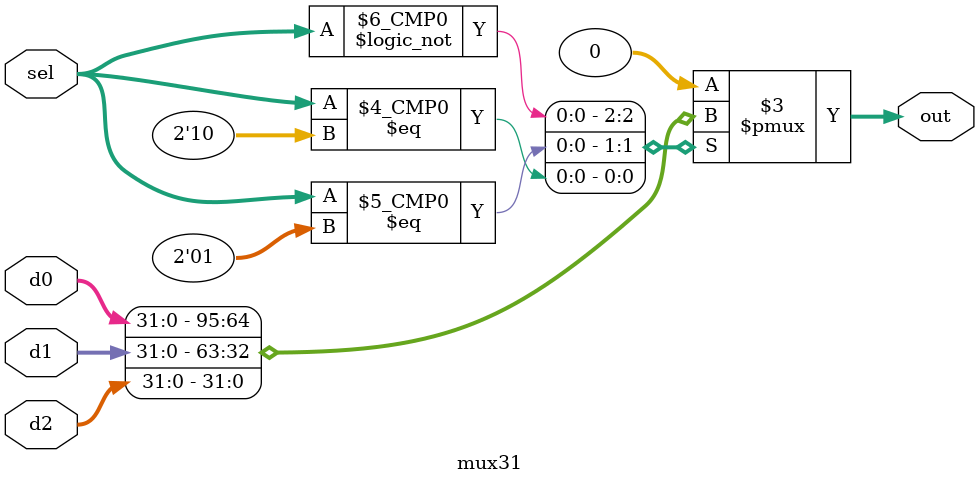
<source format=sv>
module mux31 #(
	parameter WIDTH = 32
	)(
	output logic [WIDTH-1:0] out,
	input logic [1:0] sel,
	input logic [WIDTH-1:0] d0,
	input logic [WIDTH-1:0] d1,
	input logic [WIDTH-1:0] d2
	);
	always_comb begin
	   case(sel)
	   2'b00: out = d0;
	   2'b01: out = d1;
	   2'b10: out = d2;
	   default: out = 'd0;
	   endcase
   end
endmodule

</source>
